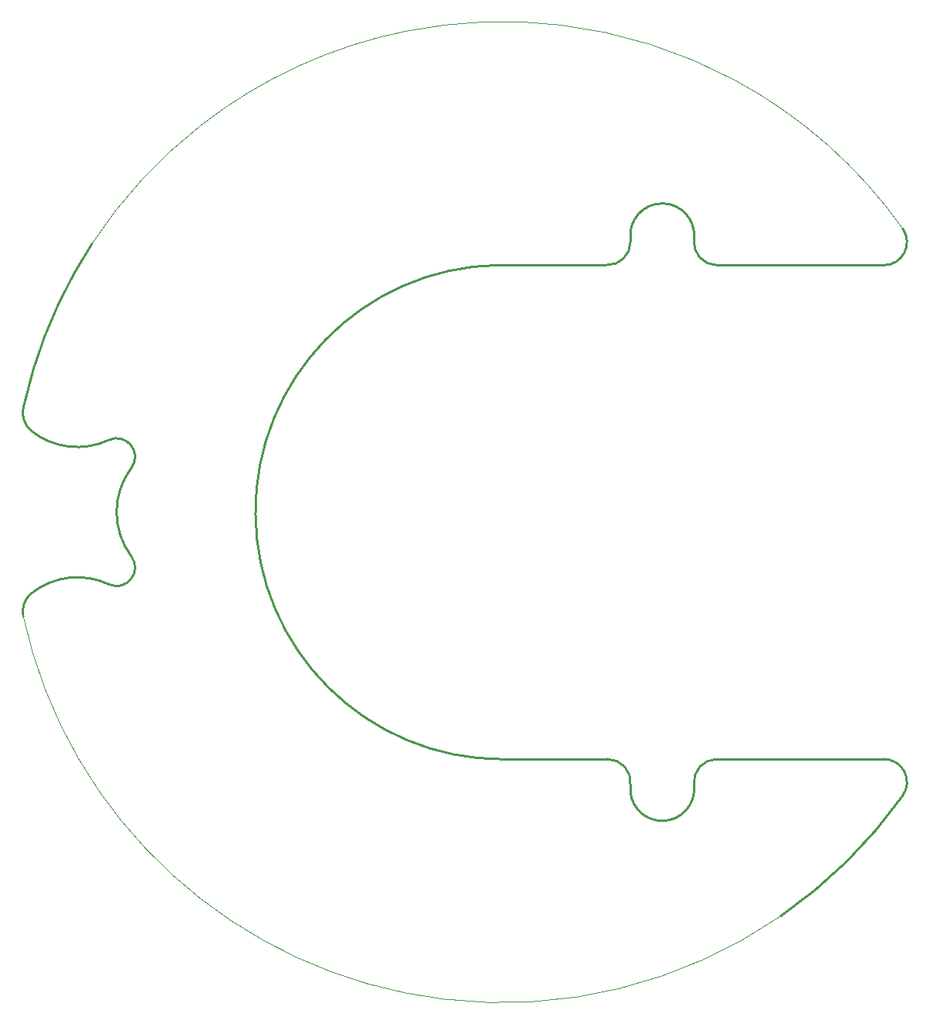
<source format=gbr>
G04 #@! TF.GenerationSoftware,KiCad,Pcbnew,(5.1.7)-1*
G04 #@! TF.CreationDate,2020-12-22T22:25:20-08:00*
G04 #@! TF.ProjectId,LCP_PowerControl,4c43505f-506f-4776-9572-436f6e74726f,rev?*
G04 #@! TF.SameCoordinates,Original*
G04 #@! TF.FileFunction,Profile,NP*
%FSLAX46Y46*%
G04 Gerber Fmt 4.6, Leading zero omitted, Abs format (unit mm)*
G04 Created by KiCad (PCBNEW (5.1.7)-1) date 2020-12-22 22:25:20*
%MOMM*%
%LPD*%
G01*
G04 APERTURE LIST*
G04 #@! TA.AperFunction,Profile*
%ADD10C,0.250000*%
G04 #@! TD*
G04 #@! TA.AperFunction,Profile*
%ADD11C,0.100000*%
G04 #@! TD*
G04 APERTURE END LIST*
D10*
X136097847Y-68996313D02*
X136097801Y-69278362D01*
X165840565Y-129854016D02*
G75*
G02*
X152506524Y-142997670I-43730066J31028079D01*
G01*
D11*
X152506524Y-142997670D02*
G75*
G02*
X115696101Y-152060473I-30396025J44171733D01*
G01*
X115696101Y-152060473D02*
G75*
G02*
X69715431Y-110219669I6414398J53234536D01*
G01*
D10*
X69714456Y-87431992D02*
G75*
G02*
X70802500Y-83248500I52396043J-11393945D01*
G01*
X70803457Y-83248790D02*
G75*
G02*
X77233835Y-69480663I51307042J-15577147D01*
G01*
D11*
X77233836Y-69480663D02*
G75*
G02*
X89161369Y-56524461I44876663J-29345274D01*
G01*
X89161369Y-56524460D02*
G75*
G02*
X111635297Y-46239530I32949130J-42301477D01*
G01*
X111635297Y-46239530D02*
G75*
G02*
X128398962Y-45576380I10475202J-52586407D01*
G01*
X128398962Y-45576380D02*
G75*
G02*
X147519422Y-51608920I-6288463J-53249557D01*
G01*
X147519422Y-51608920D02*
G75*
G02*
X165863453Y-67830145I-25408923J-47217017D01*
G01*
D10*
X121666000Y-71818500D02*
X133477000Y-71818500D01*
X69715430Y-110219670D02*
G75*
G02*
X70617743Y-107690918I2481994J539730D01*
G01*
X136097801Y-69278362D02*
G75*
G02*
X133477000Y-71818500I-2521922J-20075D01*
G01*
X79052298Y-90946987D02*
G75*
G02*
X81529710Y-93991751I858766J-1831525D01*
G01*
X145570118Y-71838437D02*
X163790844Y-71838437D01*
X165863455Y-67830143D02*
G75*
G02*
X163790844Y-71838438I-2072611J-1468294D01*
G01*
X143047880Y-128653294D02*
G75*
G02*
X136097846Y-128655561I-3474881J-418580D01*
G01*
X133575879Y-125813438D02*
G75*
G02*
X136097846Y-128655561I0J-2539999D01*
G01*
X81529709Y-103660122D02*
G75*
G02*
X79052299Y-106704887I-1618645J-1213240D01*
G01*
X122110499Y-125837032D02*
G75*
G02*
X121666000Y-71818500I0J27011095D01*
G01*
X81529711Y-103660124D02*
G75*
G02*
X81529710Y-93991751I6449539J4834187D01*
G01*
X133575879Y-125813437D02*
X122110499Y-125837032D01*
X70617743Y-107690918D02*
G75*
G02*
X79052299Y-106704887I5012779J-6311734D01*
G01*
X163790843Y-125813143D02*
G75*
G02*
X165840565Y-129854016I1J-2540294D01*
G01*
X79052299Y-90946987D02*
G75*
G02*
X70617743Y-89960956I-3421777J7297765D01*
G01*
X145570118Y-71838436D02*
G75*
G02*
X143048151Y-68996313I0J2539999D01*
G01*
X136097847Y-68996313D02*
G75*
G02*
X143048151Y-68996313I3475152J416313D01*
G01*
X163790844Y-125813437D02*
X145570118Y-125813437D01*
X143048149Y-128655561D02*
G75*
G02*
X145570118Y-125813436I2521969J302124D01*
G01*
X70617743Y-89960956D02*
G75*
G02*
X69715431Y-87432204I1579681J1989022D01*
G01*
M02*

</source>
